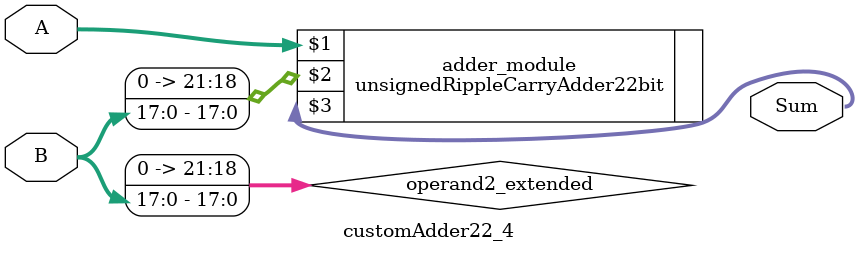
<source format=v>

module customAdder22_4(
                    input [21 : 0] A,
                    input [17 : 0] B,
                    
                    output [22 : 0] Sum
            );

    wire [21 : 0] operand2_extended;
    
    assign operand2_extended =  {4'b0, B};
    
    unsignedRippleCarryAdder22bit adder_module(
        A,
        operand2_extended,
        Sum
    );
    
endmodule
        
</source>
